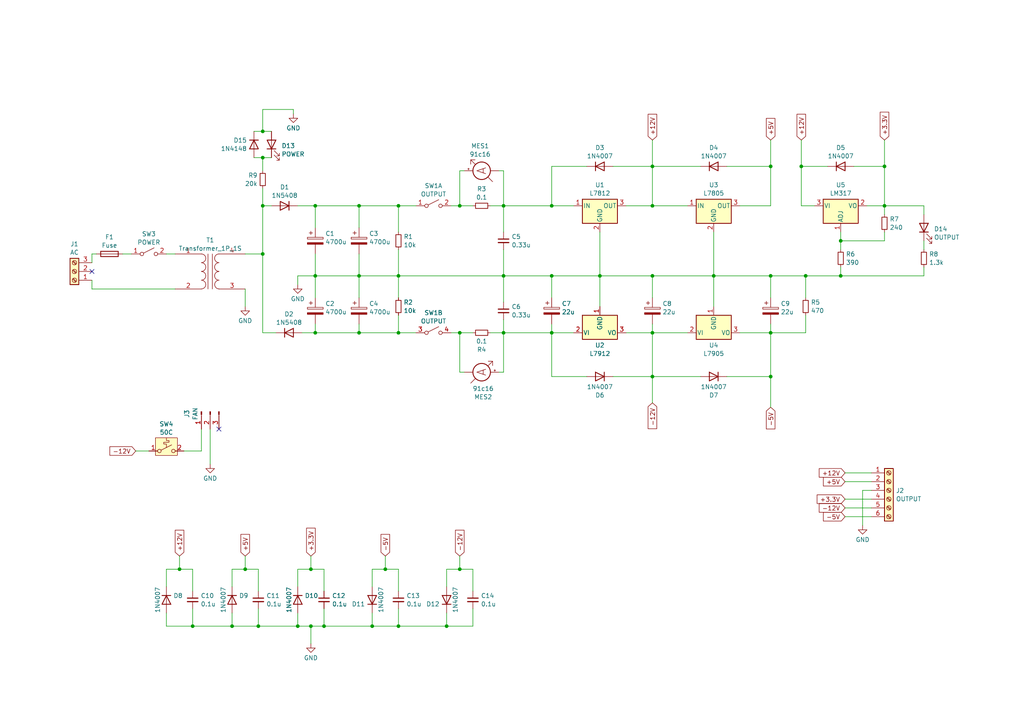
<source format=kicad_sch>
(kicad_sch (version 20230121) (generator eeschema)
  (paper "A4")
  (title_block (title "Lab PSU") (date "2024-03-18") (rev "2") (comment 1 "+12V / +5V / +3.3V / -5V / -12V"))
  (lib_symbols
    (symbol "Connector:Conn_01x03_Pin" (pin_names (offset 1.016) hide)
      (property "Reference" "J" (at 0 5.08 0))
      (property "Value" "Conn_01x03_Pin" (at 0 -5.08 0))
      (symbol "Conn_01x03_Pin_1_1"
        (polyline (pts (xy 1.27 -2.54) (xy 0.8636 -2.54)) (stroke (width 0.1524)))
        (polyline (pts (xy 1.27 0) (xy 0.8636 0)) (stroke (width 0.1524)))
        (polyline (pts (xy 1.27 2.54) (xy 0.8636 2.54)) (stroke (width 0.1524)))
        (rectangle (start 0.8636 -2.413) (end 0 -2.667) (stroke (width 0.1524)) (fill (type outline)))
        (rectangle (start 0.8636 0.127) (end 0 -0.127) (stroke (width 0.1524)) (fill (type outline)))
        (rectangle (start 0.8636 2.667) (end 0 2.413) (stroke (width 0.1524)) (fill (type outline)))
        (pin passive line (at 5.08 2.54 180) (length 3.81) (name "Pin_1") (number "1"))
        (pin passive line (at 5.08 0 180) (length 3.81) (name "Pin_2") (number "2"))
        (pin passive line (at 5.08 -2.54 180) (length 3.81) (name "Pin_3") (number "3"))
      )
    )
    (symbol "Connector:Screw_Terminal_01x03" (pin_names (offset 1.016) hide)
      (property "Reference" "J" (at 0 5.08 0))
      (property "Value" "Screw_Terminal_01x03" (at 0 -5.08 0))
      (symbol "Screw_Terminal_01x03_1_1"
        (rectangle (start -1.27 3.81) (end 1.27 -3.81) (stroke (width 0.254)) (fill (type background)))
        (circle (center 0 -2.54) (radius 0.635) (stroke (width 0.1524)))
        (polyline (pts (xy -0.5334 -2.2098) (xy 0.3302 -3.048)) (stroke (width 0.1524)))
        (polyline (pts (xy -0.5334 0.3302) (xy 0.3302 -0.508)) (stroke (width 0.1524)))
        (polyline (pts (xy -0.5334 2.8702) (xy 0.3302 2.032)) (stroke (width 0.1524)))
        (polyline (pts (xy -0.3556 -2.032) (xy 0.508 -2.8702)) (stroke (width 0.1524)))
        (polyline (pts (xy -0.3556 0.508) (xy 0.508 -0.3302)) (stroke (width 0.1524)))
        (polyline (pts (xy -0.3556 3.048) (xy 0.508 2.2098)) (stroke (width 0.1524)))
        (circle (center 0 0) (radius 0.635) (stroke (width 0.1524)))
        (circle (center 0 2.54) (radius 0.635) (stroke (width 0.1524)))
        (pin passive line (at -5.08 2.54 0) (length 3.81) (name "Pin_1") (number "1"))
        (pin passive line (at -5.08 0 0) (length 3.81) (name "Pin_2") (number "2"))
        (pin passive line (at -5.08 -2.54 0) (length 3.81) (name "Pin_3") (number "3"))
      )
    )
    (symbol "Connector:Screw_Terminal_01x06" (pin_names (offset 1.016) hide)
      (property "Reference" "J" (at 0 7.62 0))
      (property "Value" "Screw_Terminal_01x06" (at 0 -10.16 0))
      (symbol "Screw_Terminal_01x06_1_1"
        (rectangle (start -1.27 6.35) (end 1.27 -8.89) (stroke (width 0.254)) (fill (type background)))
        (circle (center 0 -7.62) (radius 0.635) (stroke (width 0.1524)))
        (circle (center 0 -5.08) (radius 0.635) (stroke (width 0.1524)))
        (circle (center 0 -2.54) (radius 0.635) (stroke (width 0.1524)))
        (polyline (pts (xy -0.5334 -7.2898) (xy 0.3302 -8.128)) (stroke (width 0.1524)))
        (polyline (pts (xy -0.5334 -4.7498) (xy 0.3302 -5.588)) (stroke (width 0.1524)))
        (polyline (pts (xy -0.5334 -2.2098) (xy 0.3302 -3.048)) (stroke (width 0.1524)))
        (polyline (pts (xy -0.5334 0.3302) (xy 0.3302 -0.508)) (stroke (width 0.1524)))
        (polyline (pts (xy -0.5334 2.8702) (xy 0.3302 2.032)) (stroke (width 0.1524)))
        (polyline (pts (xy -0.5334 5.4102) (xy 0.3302 4.572)) (stroke (width 0.1524)))
        (polyline (pts (xy -0.3556 -7.112) (xy 0.508 -7.9502)) (stroke (width 0.1524)))
        (polyline (pts (xy -0.3556 -4.572) (xy 0.508 -5.4102)) (stroke (width 0.1524)))
        (polyline (pts (xy -0.3556 -2.032) (xy 0.508 -2.8702)) (stroke (width 0.1524)))
        (polyline (pts (xy -0.3556 0.508) (xy 0.508 -0.3302)) (stroke (width 0.1524)))
        (polyline (pts (xy -0.3556 3.048) (xy 0.508 2.2098)) (stroke (width 0.1524)))
        (polyline (pts (xy -0.3556 5.588) (xy 0.508 4.7498)) (stroke (width 0.1524)))
        (circle (center 0 0) (radius 0.635) (stroke (width 0.1524)))
        (circle (center 0 2.54) (radius 0.635) (stroke (width 0.1524)))
        (circle (center 0 5.08) (radius 0.635) (stroke (width 0.1524)))
        (pin passive line (at -5.08 5.08 0) (length 3.81) (name "Pin_1") (number "1"))
        (pin passive line (at -5.08 2.54 0) (length 3.81) (name "Pin_2") (number "2"))
        (pin passive line (at -5.08 0 0) (length 3.81) (name "Pin_3") (number "3"))
        (pin passive line (at -5.08 -2.54 0) (length 3.81) (name "Pin_4") (number "4"))
        (pin passive line (at -5.08 -5.08 0) (length 3.81) (name "Pin_5") (number "5"))
        (pin passive line (at -5.08 -7.62 0) (length 3.81) (name "Pin_6") (number "6"))
      )
    )
    (symbol "Device:Ammeter_DC" (pin_numbers hide) (pin_names (offset 0.0254) hide)
      (property "Reference" "MES" (at -3.302 1.016 0))
      (property "Value" "Ammeter_DC" (at -3.302 -0.762 0))
      (symbol "Ammeter_DC_0_0"
        (polyline (pts (xy -3.175 -3.175) (xy -1.905 -1.905)))
        (polyline (pts (xy 1.905 1.905) (xy 3.175 3.175)))
        (polyline (pts (xy 1.905 3.175) (xy 3.175 3.175) (xy 3.175 1.905)))
        (text "A" (at 0 0 0) (effects (font (size 2.54 2.54))))
      )
      (symbol "Ammeter_DC_0_1"
        (polyline (pts (xy 0.254 3.81) (xy 0.762 3.81)))
        (polyline (pts (xy 0.508 4.064) (xy 0.508 3.556)))
        (circle (center 0 0) (radius 2.54) (stroke (width 0.254)))
      )
      (symbol "Ammeter_DC_1_1"
        (pin passive line (at 0 -5.08 90) (length 2.54) (name "-") (number "1"))
        (pin passive line (at 0 5.08 270) (length 2.54) (name "+") (number "2"))
      )
    )
    (symbol "Device:C_Polarized" (pin_numbers hide) (pin_names (offset 0.254))
      (property "Reference" "C" (at 0.635 2.54 0))
      (property "Value" "C_Polarized" (at 0.635 -2.54 0))
      (symbol "C_Polarized_0_1"
        (rectangle (start -2.286 0.508) (end 2.286 1.016))
        (polyline (pts (xy -1.778 2.286) (xy -0.762 2.286)))
        (polyline (pts (xy -1.27 2.794) (xy -1.27 1.778)))
        (rectangle (start 2.286 -0.508) (end -2.286 -1.016) (fill (type outline)))
      )
      (symbol "C_Polarized_1_1"
        (pin passive line (at 0 3.81 270) (length 2.794) (name "~") (number "1"))
        (pin passive line (at 0 -3.81 90) (length 2.794) (name "~") (number "2"))
      )
    )
    (symbol "Device:C_Small" (pin_numbers hide) (pin_names (offset 0.254) hide)
      (property "Reference" "C" (at 0.254 1.778 0))
      (property "Value" "C_Small" (at 0.254 -2.032 0))
      (symbol "C_Small_0_1"
        (polyline (pts (xy -1.524 -0.508) (xy 1.524 -0.508)) (stroke (width 0.3302)))
        (polyline (pts (xy -1.524 0.508) (xy 1.524 0.508)) (stroke (width 0.3048)))
      )
      (symbol "C_Small_1_1"
        (pin passive line (at 0 2.54 270) (length 2.032) (name "~") (number "1"))
        (pin passive line (at 0 -2.54 90) (length 2.032) (name "~") (number "2"))
      )
    )
    (symbol "Device:Fuse" (pin_numbers hide) (pin_names (offset 0))
      (property "Reference" "F" (at 2.032 0 90))
      (property "Value" "Fuse" (at -1.905 0 90))
      (symbol "Fuse_0_1"
        (rectangle (start -0.762 -2.54) (end 0.762 2.54) (stroke (width 0.254)))
        (polyline (pts (xy 0 2.54) (xy 0 -2.54)))
      )
      (symbol "Fuse_1_1"
        (pin passive line (at 0 3.81 270) (length 1.27) (name "~") (number "1"))
        (pin passive line (at 0 -3.81 90) (length 1.27) (name "~") (number "2"))
      )
    )
    (symbol "Device:LED" (pin_numbers hide) (pin_names (offset 1.016) hide)
      (property "Reference" "D" (at 0 2.54 0))
      (property "Value" "LED" (at 0 -2.54 0))
      (symbol "LED_0_1"
        (polyline (pts (xy -1.27 -1.27) (xy -1.27 1.27)) (stroke (width 0.254)))
        (polyline (pts (xy -1.27 0) (xy 1.27 0)))
        (polyline (pts (xy 1.27 -1.27) (xy 1.27 1.27) (xy -1.27 0) (xy 1.27 -1.27)) (stroke (width 0.254)))
        (polyline (pts (xy -3.048 -0.762) (xy -4.572 -2.286) (xy -3.81 -2.286) (xy -4.572 -2.286) (xy -4.572 -1.524)))
        (polyline (pts (xy -1.778 -0.762) (xy -3.302 -2.286) (xy -2.54 -2.286) (xy -3.302 -2.286) (xy -3.302 -1.524)))
      )
      (symbol "LED_1_1"
        (pin passive line (at -3.81 0 0) (length 2.54) (name "K") (number "1"))
        (pin passive line (at 3.81 0 180) (length 2.54) (name "A") (number "2"))
      )
    )
    (symbol "Device:R_Small" (pin_numbers hide) (pin_names (offset 0.254) hide)
      (property "Reference" "R" (at 0.762 0.508 0))
      (property "Value" "R_Small" (at 0.762 -1.016 0))
      (symbol "R_Small_0_1"
        (rectangle (start -0.762 1.778) (end 0.762 -1.778) (stroke (width 0.2032)))
      )
      (symbol "R_Small_1_1"
        (pin passive line (at 0 2.54 270) (length 0.762) (name "~") (number "1"))
        (pin passive line (at 0 -2.54 90) (length 0.762) (name "~") (number "2"))
      )
    )
    (symbol "Device:Transformer_1P_1S" (pin_names (offset 1.016) hide)
      (property "Reference" "T" (at 0 6.35 0))
      (property "Value" "Transformer_1P_1S" (at 0 -7.62 0))
      (symbol "Transformer_1P_1S_0_1"
        (arc (start -2.54 -5.0546) (mid -1.6599 -4.6901) (end -1.27 -3.81))
        (arc (start -2.54 -2.5146) (mid -1.6599 -2.1501) (end -1.27 -1.27))
        (arc (start -2.54 0.0254) (mid -1.6599 0.3899) (end -1.27 1.27))
        (arc (start -2.54 2.5654) (mid -1.6599 2.9299) (end -1.27 3.81))
        (arc (start -1.27 -3.81) (mid -1.642 -2.912) (end -2.54 -2.54))
        (arc (start -1.27 -1.27) (mid -1.642 -0.372) (end -2.54 0))
        (arc (start -1.27 1.27) (mid -1.642 2.168) (end -2.54 2.54))
        (arc (start -1.27 3.81) (mid -1.642 4.708) (end -2.54 5.08))
        (polyline (pts (xy -0.635 5.08) (xy -0.635 -5.08)))
        (polyline (pts (xy 0.635 -5.08) (xy 0.635 5.08)))
        (arc (start 1.2954 -1.27) (mid 1.6599 -2.1501) (end 2.54 -2.5146))
        (arc (start 1.2954 1.27) (mid 1.6599 0.3899) (end 2.54 0.0254))
        (arc (start 1.2954 3.81) (mid 1.6599 2.9299) (end 2.54 2.5654))
        (arc (start 1.3208 -3.81) (mid 1.6853 -4.6901) (end 2.5654 -5.0546))
        (arc (start 2.54 0) (mid 1.642 -0.372) (end 1.2954 -1.27))
        (arc (start 2.54 2.54) (mid 1.642 2.168) (end 1.2954 1.27))
        (arc (start 2.54 5.08) (mid 1.642 4.708) (end 1.2954 3.81))
        (arc (start 2.5654 -2.54) (mid 1.6674 -2.912) (end 1.3208 -3.81))
      )
      (symbol "Transformer_1P_1S_1_1"
        (pin passive line (at -10.16 5.08 0) (length 7.62) (name "AA") (number "1"))
        (pin passive line (at -10.16 -5.08 0) (length 7.62) (name "AB") (number "2"))
        (pin passive line (at 10.16 -5.08 180) (length 7.62) (name "SA") (number "3"))
        (pin passive line (at 10.16 5.08 180) (length 7.62) (name "SB") (number "4"))
      )
    )
    (symbol "Diode:1N4007" (pin_numbers hide) (pin_names hide)
      (property "Reference" "D" (at 0 2.54 0))
      (property "Value" "1N4007" (at 0 -2.54 0))
      (symbol "1N4007_0_1"
        (polyline (pts (xy -1.27 1.27) (xy -1.27 -1.27)) (stroke (width 0.254)))
        (polyline (pts (xy 1.27 0) (xy -1.27 0)))
        (polyline (pts (xy 1.27 1.27) (xy 1.27 -1.27) (xy -1.27 0) (xy 1.27 1.27)) (stroke (width 0.254)))
      )
      (symbol "1N4007_1_1"
        (pin passive line (at -3.81 0 0) (length 2.54) (name "K") (number "1"))
        (pin passive line (at 3.81 0 180) (length 2.54) (name "A") (number "2"))
      )
    )
    (symbol "Diode:1N4148" (pin_numbers hide) (pin_names hide)
      (property "Reference" "D" (at 0 2.54 0))
      (property "Value" "1N4148" (at 0 -2.54 0))
      (symbol "1N4148_0_1"
        (polyline (pts (xy -1.27 1.27) (xy -1.27 -1.27)) (stroke (width 0.254)))
        (polyline (pts (xy 1.27 0) (xy -1.27 0)))
        (polyline (pts (xy 1.27 1.27) (xy 1.27 -1.27) (xy -1.27 0) (xy 1.27 1.27)) (stroke (width 0.254)))
      )
      (symbol "1N4148_1_1"
        (pin passive line (at -3.81 0 0) (length 2.54) (name "K") (number "1"))
        (pin passive line (at 3.81 0 180) (length 2.54) (name "A") (number "2"))
      )
    )
    (symbol "Diode:1N5408" (pin_numbers hide) (pin_names hide)
      (property "Reference" "D" (at 0 2.54 0))
      (property "Value" "1N5408" (at 0 -2.54 0))
      (symbol "1N5408_0_1"
        (polyline (pts (xy -1.27 1.27) (xy -1.27 -1.27)) (stroke (width 0.254)))
        (polyline (pts (xy 1.27 0) (xy -1.27 0)))
        (polyline (pts (xy 1.27 1.27) (xy 1.27 -1.27) (xy -1.27 0) (xy 1.27 1.27)) (stroke (width 0.254)))
      )
      (symbol "1N5408_1_1"
        (pin passive line (at -3.81 0 0) (length 2.54) (name "K") (number "1"))
        (pin passive line (at 3.81 0 180) (length 2.54) (name "A") (number "2"))
      )
    )
    (symbol "Regulator_Linear:L7805" (pin_names (offset 0.254))
      (property "Reference" "U" (at -3.81 3.175 0))
      (property "Value" "L7805" (at 0 3.175 0))
      (symbol "L7805_0_1"
        (rectangle (start -5.08 1.905) (end 5.08 -5.08) (stroke (width 0.254)) (fill (type background)))
      )
      (symbol "L7805_1_1"
        (pin power_in line (at -7.62 0 0) (length 2.54) (name "IN") (number "1"))
        (pin power_in line (at 0 -7.62 90) (length 2.54) (name "GND") (number "2"))
        (pin power_out line (at 7.62 0 180) (length 2.54) (name "OUT") (number "3"))
      )
    )
    (symbol "Regulator_Linear:L7812" (pin_names (offset 0.254))
      (property "Reference" "U" (at -3.81 3.175 0))
      (property "Value" "L7812" (at 0 3.175 0))
      (symbol "L7812_0_1"
        (rectangle (start -5.08 1.905) (end 5.08 -5.08) (stroke (width 0.254)) (fill (type background)))
      )
      (symbol "L7812_1_1"
        (pin power_in line (at -7.62 0 0) (length 2.54) (name "IN") (number "1"))
        (pin power_in line (at 0 -7.62 90) (length 2.54) (name "GND") (number "2"))
        (pin power_out line (at 7.62 0 180) (length 2.54) (name "OUT") (number "3"))
      )
    )
    (symbol "Regulator_Linear:L7905" (pin_names (offset 0.254))
      (property "Reference" "U" (at -3.81 -3.175 0))
      (property "Value" "L7905" (at 0 -3.175 0))
      (symbol "L7905_0_1"
        (rectangle (start -5.08 5.08) (end 5.08 -1.905) (stroke (width 0.254)) (fill (type background)))
      )
      (symbol "L7905_1_1"
        (pin power_in line (at 0 7.62 270) (length 2.54) (name "GND") (number "1"))
        (pin power_in line (at -7.62 0 0) (length 2.54) (name "VI") (number "2"))
        (pin power_out line (at 7.62 0 180) (length 2.54) (name "VO") (number "3"))
      )
    )
    (symbol "Regulator_Linear:L7912" (pin_names (offset 0.254))
      (property "Reference" "U" (at -3.81 -3.175 0))
      (property "Value" "L7912" (at 0 -3.175 0))
      (symbol "L7912_0_1"
        (rectangle (start -5.08 5.08) (end 5.08 -1.905) (stroke (width 0.254)) (fill (type background)))
      )
      (symbol "L7912_1_1"
        (pin power_in line (at 0 7.62 270) (length 2.54) (name "GND") (number "1"))
        (pin power_in line (at -7.62 0 0) (length 2.54) (name "VI") (number "2"))
        (pin power_out line (at 7.62 0 180) (length 2.54) (name "VO") (number "3"))
      )
    )
    (symbol "Regulator_Linear:LM317_TO-220" (pin_names (offset 0.254))
      (property "Reference" "U" (at -3.81 3.175 0))
      (property "Value" "LM317_TO-220" (at 0 3.175 0))
      (symbol "LM317_TO-220_0_1"
        (rectangle (start -5.08 1.905) (end 5.08 -5.08) (stroke (width 0.254)) (fill (type background)))
      )
      (symbol "LM317_TO-220_1_1"
        (pin input line (at 0 -7.62 90) (length 2.54) (name "ADJ") (number "1"))
        (pin power_out line (at 7.62 0 180) (length 2.54) (name "VO") (number "2"))
        (pin power_in line (at -7.62 0 0) (length 2.54) (name "VI") (number "3"))
      )
    )
    (symbol "Switch:SW_DPST_x2" (pin_names (offset 0) hide)
      (property "Reference" "SW" (at 0 3.175 0))
      (property "Value" "SW_DPST_x2" (at 0 -2.54 0))
      (symbol "SW_DPST_x2_0_0"
        (circle (center -2.032 0) (radius 0.508))
        (polyline (pts (xy -1.524 0.254) (xy 1.524 1.778)))
        (circle (center 2.032 0) (radius 0.508))
      )
      (symbol "SW_DPST_x2_1_1"
        (pin passive line (at -5.08 0 0) (length 2.54) (name "A") (number "1"))
        (pin passive line (at 5.08 0 180) (length 2.54) (name "B") (number "2"))
      )
      (symbol "SW_DPST_x2_2_1"
        (pin passive line (at -5.08 0 0) (length 2.54) (name "A") (number "3"))
        (pin passive line (at 5.08 0 180) (length 2.54) (name "B") (number "4"))
      )
    )
    (symbol "Switch:SW_SPST" (pin_names (offset 0) hide)
      (property "Reference" "SW" (at 0 3.175 0))
      (property "Value" "SW_SPST" (at 0 -2.54 0))
      (symbol "SW_SPST_0_0"
        (circle (center -2.032 0) (radius 0.508))
        (polyline (pts (xy -1.524 0.254) (xy 1.524 1.778)))
        (circle (center 2.032 0) (radius 0.508))
      )
      (symbol "SW_SPST_1_1"
        (pin passive line (at -5.08 0 0) (length 2.54) (name "A") (number "1"))
        (pin passive line (at 5.08 0 180) (length 2.54) (name "B") (number "2"))
      )
    )
    (symbol "Switch:SW_SPST_Temperature" (pin_names (offset 0) hide)
      (property "Reference" "SW" (at 0 5.08 0))
      (property "Value" "SW_SPST_Temperature" (at 0 -2.54 0))
      (symbol "SW_SPST_Temperature_0_0"
        (circle (center -2.032 0) (radius 0.508))
        (polyline (pts (xy -1.524 0.254) (xy 1.524 1.778)))
        (polyline (pts (xy 0 1.016) (xy 0 2.032) (xy -0.762 2.032) (xy -0.762 2.54) (xy 0.762 2.54) (xy 0.762 3.048) (xy 0 3.048) (xy 0 3.81)))
        (circle (center 2.032 0) (radius 0.508))
      )
      (symbol "SW_SPST_Temperature_1_1"
        (rectangle (start -3.175 3.81) (end 3.175 -1.27) (fill (type background)))
        (pin passive line (at -5.08 0 0) (length 2.54) (name "A") (number "1"))
        (pin passive line (at 5.08 0 180) (length 2.54) (name "B") (number "2"))
      )
    )
    (symbol "power:GND" (power) (pin_names (offset 0))
      (property "Value" "GND" (at 0 -3.81 0))
      (symbol "GND_0_1"
        (polyline (pts (xy 0 0) (xy 0 -1.27) (xy 1.27 -1.27) (xy 0 -2.54) (xy -1.27 -1.27) (xy 0 -1.27)))
      )
      (symbol "GND_1_1"
        (pin power_in line (at 0 0 270) (length 0) hide (name "GND") (number "1"))
      )
    )
  )
  (junction (at 189.23 80.01))
  (junction (at 189.23 109.22))
  (junction (at 133.35 59.69))
  (junction (at 207.01 80.01))
  (junction (at 173.99 80.01))
  (junction (at 71.12 165.1))
  (junction (at 76.2 45.72))
  (junction (at 55.88 181.61))
  (junction (at 133.35 165.1))
  (junction (at 104.14 80.01))
  (junction (at 146.05 96.52))
  (junction (at 256.54 48.26))
  (junction (at 91.44 96.52))
  (junction (at 160.02 59.69))
  (junction (at 90.17 165.1))
  (junction (at 52.07 165.1))
  (junction (at 189.23 59.69))
  (junction (at 133.35 96.52))
  (junction (at 160.02 80.01))
  (junction (at 189.23 48.26))
  (junction (at 107.95 181.61))
  (junction (at 115.57 96.52))
  (junction (at 115.57 181.61))
  (junction (at 146.05 59.69))
  (junction (at 232.41 48.26))
  (junction (at 223.52 96.52))
  (junction (at 74.93 181.61))
  (junction (at 76.2 59.69))
  (junction (at 223.52 109.22))
  (junction (at 189.23 96.52))
  (junction (at 243.84 80.01))
  (junction (at 91.44 80.01))
  (junction (at 223.52 48.26))
  (junction (at 146.05 80.01))
  (junction (at 256.54 59.69))
  (junction (at 90.17 181.61))
  (junction (at 67.31 181.61))
  (junction (at 243.84 69.85))
  (junction (at 104.14 96.52))
  (junction (at 76.2 73.66))
  (junction (at 115.57 80.01))
  (junction (at 93.98 181.61))
  (junction (at 223.52 80.01))
  (junction (at 233.68 80.01))
  (junction (at 129.54 181.61))
  (junction (at 111.76 165.1))
  (junction (at 104.14 59.69))
  (junction (at 160.02 96.52))
  (junction (at 91.44 59.69))
  (junction (at 76.2 38.1))
  (junction (at 115.57 59.69))
  (junction (at 86.36 181.61))
  (no_connect (at 26.67 78.74))
  (no_connect (at 63.5 124.46))
  (wire (pts (xy 107.95 181.61) (xy 93.98 181.61)))
  (wire (pts (xy 173.99 80.01) (xy 189.23 80.01)))
  (wire (pts (xy 91.44 80.01) (xy 104.14 80.01)))
  (wire (pts (xy 137.16 165.1) (xy 137.16 171.45)))
  (wire (pts (xy 115.57 91.44) (xy 115.57 96.52)))
  (wire (pts (xy 223.52 109.22) (xy 223.52 118.11)))
  (wire (pts (xy 232.41 59.69) (xy 236.22 59.69)))
  (wire (pts (xy 76.2 31.75) (xy 85.09 31.75)))
  (wire (pts (xy 210.82 109.22) (xy 223.52 109.22)))
  (wire (pts (xy 214.63 59.69) (xy 223.52 59.69)))
  (wire (pts (xy 267.97 59.69) (xy 267.97 62.23)))
  (wire (pts (xy 111.76 165.1) (xy 107.95 165.1)))
  (wire (pts (xy 93.98 181.61) (xy 93.98 176.53)))
  (wire (pts (xy 90.17 165.1) (xy 93.98 165.1)))
  (wire (pts (xy 137.16 181.61) (xy 129.54 181.61)))
  (wire (pts (xy 107.95 177.8) (xy 107.95 181.61)))
  (wire (pts (xy 115.57 59.69) (xy 115.57 67.31)))
  (wire (pts (xy 251.46 59.69) (xy 256.54 59.69)))
  (wire (pts (xy 86.36 181.61) (xy 90.17 181.61)))
  (wire (pts (xy 53.34 130.81) (xy 58.42 130.81)))
  (wire (pts (xy 71.12 165.1) (xy 67.31 165.1)))
  (wire (pts (xy 107.95 170.18) (xy 107.95 165.1)))
  (wire (pts (xy 223.52 93.98) (xy 223.52 96.52)))
  (wire (pts (xy 76.2 45.72) (xy 78.74 45.72)))
  (wire (pts (xy 26.67 81.28) (xy 26.67 83.82)))
  (wire (pts (xy 160.02 80.01) (xy 160.02 86.36)))
  (wire (pts (xy 189.23 40.64) (xy 189.23 48.26)))
  (wire (pts (xy 87.63 96.52) (xy 91.44 96.52)))
  (wire (pts (xy 189.23 109.22) (xy 203.2 109.22)))
  (wire (pts (xy 189.23 93.98) (xy 189.23 96.52)))
  (wire (pts (xy 144.78 49.53) (xy 146.05 49.53)))
  (wire (pts (xy 223.52 80.01) (xy 223.52 86.36)))
  (wire (pts (xy 48.26 181.61) (xy 55.88 181.61)))
  (wire (pts (xy 26.67 73.66) (xy 27.94 73.66)))
  (wire (pts (xy 267.97 69.85) (xy 267.97 72.39)))
  (wire (pts (xy 52.07 165.1) (xy 48.26 165.1)))
  (wire (pts (xy 177.8 48.26) (xy 189.23 48.26)))
  (wire (pts (xy 245.11 144.78) (xy 252.73 144.78)))
  (wire (pts (xy 173.99 80.01) (xy 173.99 88.9)))
  (wire (pts (xy 207.01 80.01) (xy 207.01 67.31)))
  (wire (pts (xy 223.52 40.64) (xy 223.52 48.26)))
  (wire (pts (xy 256.54 48.26) (xy 256.54 59.69)))
  (wire (pts (xy 76.2 54.61) (xy 76.2 59.69)))
  (wire (pts (xy 133.35 49.53) (xy 134.62 49.53)))
  (wire (pts (xy 160.02 96.52) (xy 166.37 96.52)))
  (wire (pts (xy 71.12 73.66) (xy 76.2 73.66)))
  (wire (pts (xy 247.65 48.26) (xy 256.54 48.26)))
  (wire (pts (xy 243.84 67.31) (xy 243.84 69.85)))
  (wire (pts (xy 91.44 80.01) (xy 91.44 86.36)))
  (wire (pts (xy 130.81 59.69) (xy 133.35 59.69)))
  (wire (pts (xy 86.36 80.01) (xy 91.44 80.01)))
  (wire (pts (xy 267.97 80.01) (xy 267.97 77.47)))
  (wire (pts (xy 73.66 38.1) (xy 76.2 38.1)))
  (wire (pts (xy 55.88 181.61) (xy 55.88 176.53)))
  (wire (pts (xy 76.2 96.52) (xy 80.01 96.52)))
  (wire (pts (xy 115.57 80.01) (xy 146.05 80.01)))
  (wire (pts (xy 104.14 59.69) (xy 104.14 66.04)))
  (wire (pts (xy 210.82 48.26) (xy 223.52 48.26)))
  (wire (pts (xy 115.57 59.69) (xy 120.65 59.69)))
  (wire (pts (xy 142.24 96.52) (xy 146.05 96.52)))
  (wire (pts (xy 256.54 40.64) (xy 256.54 48.26)))
  (wire (pts (xy 243.84 69.85) (xy 243.84 72.39)))
  (wire (pts (xy 189.23 59.69) (xy 199.39 59.69)))
  (wire (pts (xy 233.68 91.44) (xy 233.68 96.52)))
  (wire (pts (xy 243.84 77.47) (xy 243.84 80.01)))
  (wire (pts (xy 146.05 92.71) (xy 146.05 96.52)))
  (wire (pts (xy 111.76 165.1) (xy 115.57 165.1)))
  (wire (pts (xy 71.12 83.82) (xy 71.12 88.9)))
  (wire (pts (xy 91.44 59.69) (xy 91.44 66.04)))
  (wire (pts (xy 58.42 130.81) (xy 58.42 124.46)))
  (wire (pts (xy 223.52 80.01) (xy 233.68 80.01)))
  (wire (pts (xy 189.23 48.26) (xy 203.2 48.26)))
  (wire (pts (xy 91.44 59.69) (xy 104.14 59.69)))
  (wire (pts (xy 104.14 96.52) (xy 104.14 93.98)))
  (wire (pts (xy 104.14 80.01) (xy 104.14 86.36)))
  (wire (pts (xy 252.73 142.24) (xy 250.19 142.24)))
  (wire (pts (xy 93.98 165.1) (xy 93.98 171.45)))
  (wire (pts (xy 146.05 107.95) (xy 144.78 107.95)))
  (wire (pts (xy 142.24 59.69) (xy 146.05 59.69)))
  (wire (pts (xy 35.56 73.66) (xy 38.1 73.66)))
  (wire (pts (xy 207.01 80.01) (xy 223.52 80.01)))
  (wire (pts (xy 74.93 181.61) (xy 86.36 181.61)))
  (wire (pts (xy 26.67 73.66) (xy 26.67 76.2)))
  (wire (pts (xy 189.23 48.26) (xy 189.23 59.69)))
  (wire (pts (xy 86.36 170.18) (xy 86.36 165.1)))
  (wire (pts (xy 133.35 96.52) (xy 137.16 96.52)))
  (wire (pts (xy 67.31 181.61) (xy 74.93 181.61)))
  (wire (pts (xy 115.57 165.1) (xy 115.57 171.45)))
  (wire (pts (xy 146.05 96.52) (xy 160.02 96.52)))
  (wire (pts (xy 90.17 165.1) (xy 86.36 165.1)))
  (wire (pts (xy 129.54 177.8) (xy 129.54 181.61)))
  (wire (pts (xy 39.37 130.81) (xy 43.18 130.81)))
  (wire (pts (xy 130.81 96.52) (xy 133.35 96.52)))
  (wire (pts (xy 74.93 165.1) (xy 74.93 171.45)))
  (wire (pts (xy 115.57 72.39) (xy 115.57 80.01)))
  (wire (pts (xy 76.2 38.1) (xy 76.2 31.75)))
  (wire (pts (xy 189.23 80.01) (xy 189.23 86.36)))
  (wire (pts (xy 256.54 67.31) (xy 256.54 69.85)))
  (wire (pts (xy 76.2 45.72) (xy 76.2 49.53)))
  (wire (pts (xy 52.07 165.1) (xy 55.88 165.1)))
  (wire (pts (xy 146.05 80.01) (xy 160.02 80.01)))
  (wire (pts (xy 115.57 80.01) (xy 115.57 86.36)))
  (wire (pts (xy 214.63 96.52) (xy 223.52 96.52)))
  (wire (pts (xy 104.14 80.01) (xy 115.57 80.01)))
  (wire (pts (xy 115.57 96.52) (xy 120.65 96.52)))
  (wire (pts (xy 181.61 96.52) (xy 189.23 96.52)))
  (wire (pts (xy 160.02 48.26) (xy 160.02 59.69)))
  (wire (pts (xy 177.8 109.22) (xy 189.23 109.22)))
  (wire (pts (xy 146.05 96.52) (xy 146.05 107.95)))
  (wire (pts (xy 146.05 49.53) (xy 146.05 59.69)))
  (wire (pts (xy 67.31 170.18) (xy 67.31 165.1)))
  (wire (pts (xy 232.41 40.64) (xy 232.41 48.26)))
  (wire (pts (xy 48.26 177.8) (xy 48.26 181.61)))
  (wire (pts (xy 233.68 80.01) (xy 233.68 86.36)))
  (wire (pts (xy 146.05 59.69) (xy 146.05 67.31)))
  (wire (pts (xy 133.35 59.69) (xy 137.16 59.69)))
  (wire (pts (xy 243.84 80.01) (xy 233.68 80.01)))
  (wire (pts (xy 250.19 142.24) (xy 250.19 152.4)))
  (wire (pts (xy 91.44 96.52) (xy 104.14 96.52)))
  (wire (pts (xy 129.54 181.61) (xy 115.57 181.61)))
  (wire (pts (xy 223.52 96.52) (xy 233.68 96.52)))
  (wire (pts (xy 245.11 139.7) (xy 252.73 139.7)))
  (wire (pts (xy 86.36 181.61) (xy 86.36 177.8)))
  (wire (pts (xy 207.01 80.01) (xy 207.01 88.9)))
  (wire (pts (xy 26.67 83.82) (xy 50.8 83.82)))
  (wire (pts (xy 232.41 48.26) (xy 232.41 59.69)))
  (wire (pts (xy 90.17 181.61) (xy 93.98 181.61)))
  (wire (pts (xy 67.31 181.61) (xy 67.31 177.8)))
  (wire (pts (xy 245.11 137.16) (xy 252.73 137.16)))
  (wire (pts (xy 107.95 181.61) (xy 115.57 181.61)))
  (wire (pts (xy 256.54 59.69) (xy 256.54 62.23)))
  (wire (pts (xy 73.66 45.72) (xy 76.2 45.72)))
  (wire (pts (xy 52.07 161.29) (xy 52.07 165.1)))
  (wire (pts (xy 133.35 49.53) (xy 133.35 59.69)))
  (wire (pts (xy 55.88 181.61) (xy 67.31 181.61)))
  (wire (pts (xy 160.02 109.22) (xy 160.02 96.52)))
  (wire (pts (xy 133.35 161.29) (xy 133.35 165.1)))
  (wire (pts (xy 146.05 59.69) (xy 160.02 59.69)))
  (wire (pts (xy 115.57 176.53) (xy 115.57 181.61)))
  (wire (pts (xy 104.14 59.69) (xy 115.57 59.69)))
  (wire (pts (xy 90.17 161.29) (xy 90.17 165.1)))
  (wire (pts (xy 256.54 59.69) (xy 267.97 59.69)))
  (wire (pts (xy 181.61 59.69) (xy 189.23 59.69)))
  (wire (pts (xy 60.96 124.46) (xy 60.96 134.62)))
  (wire (pts (xy 189.23 96.52) (xy 199.39 96.52)))
  (wire (pts (xy 86.36 59.69) (xy 91.44 59.69)))
  (wire (pts (xy 189.23 96.52) (xy 189.23 109.22)))
  (wire (pts (xy 55.88 165.1) (xy 55.88 171.45)))
  (wire (pts (xy 111.76 161.29) (xy 111.76 165.1)))
  (wire (pts (xy 133.35 96.52) (xy 133.35 107.95)))
  (wire (pts (xy 223.52 48.26) (xy 223.52 59.69)))
  (wire (pts (xy 86.36 82.55) (xy 86.36 80.01)))
  (wire (pts (xy 76.2 59.69) (xy 78.74 59.69)))
  (wire (pts (xy 160.02 59.69) (xy 166.37 59.69)))
  (wire (pts (xy 91.44 73.66) (xy 91.44 80.01)))
  (wire (pts (xy 85.09 31.75) (xy 85.09 33.02)))
  (wire (pts (xy 48.26 73.66) (xy 50.8 73.66)))
  (wire (pts (xy 170.18 48.26) (xy 160.02 48.26)))
  (wire (pts (xy 90.17 181.61) (xy 90.17 186.69)))
  (wire (pts (xy 146.05 80.01) (xy 146.05 87.63)))
  (wire (pts (xy 240.03 48.26) (xy 232.41 48.26)))
  (wire (pts (xy 48.26 170.18) (xy 48.26 165.1)))
  (wire (pts (xy 245.11 149.86) (xy 252.73 149.86)))
  (wire (pts (xy 256.54 69.85) (xy 243.84 69.85)))
  (wire (pts (xy 104.14 96.52) (xy 115.57 96.52)))
  (wire (pts (xy 71.12 165.1) (xy 74.93 165.1)))
  (wire (pts (xy 245.11 147.32) (xy 252.73 147.32)))
  (wire (pts (xy 133.35 165.1) (xy 129.54 165.1)))
  (wire (pts (xy 173.99 80.01) (xy 173.99 67.31)))
  (wire (pts (xy 76.2 38.1) (xy 78.74 38.1)))
  (wire (pts (xy 91.44 96.52) (xy 91.44 93.98)))
  (wire (pts (xy 189.23 80.01) (xy 207.01 80.01)))
  (wire (pts (xy 76.2 73.66) (xy 76.2 96.52)))
  (wire (pts (xy 243.84 80.01) (xy 267.97 80.01)))
  (wire (pts (xy 129.54 170.18) (xy 129.54 165.1)))
  (wire (pts (xy 160.02 80.01) (xy 173.99 80.01)))
  (wire (pts (xy 71.12 161.29) (xy 71.12 165.1)))
  (wire (pts (xy 160.02 93.98) (xy 160.02 96.52)))
  (wire (pts (xy 76.2 59.69) (xy 76.2 73.66)))
  (wire (pts (xy 170.18 109.22) (xy 160.02 109.22)))
  (wire (pts (xy 137.16 176.53) (xy 137.16 181.61)))
  (wire (pts (xy 133.35 107.95) (xy 134.62 107.95)))
  (wire (pts (xy 104.14 73.66) (xy 104.14 80.01)))
  (wire (pts (xy 189.23 109.22) (xy 189.23 116.84)))
  (wire (pts (xy 146.05 80.01) (xy 146.05 72.39)))
  (wire (pts (xy 74.93 181.61) (xy 74.93 176.53)))
  (wire (pts (xy 133.35 165.1) (xy 137.16 165.1)))
  (wire (pts (xy 223.52 96.52) (xy 223.52 109.22)))
  (global_label "-5V" (shape input) (at 111.76 161.29 90) (property "Intersheetrefs" "${INTERSHEET_REFS}" (effects hide)))
  (global_label "+12V" (shape input) (at 52.07 161.29 90) (property "Intersheetrefs" "${INTERSHEET_REFS}" (effects hide)))
  (global_label "+12V" (shape input) (at 245.11 137.16 180) (property "Intersheetrefs" "${INTERSHEET_REFS}" (effects hide)))
  (global_label "-5V" (shape input) (at 223.52 118.11 270) (property "Intersheetrefs" "${INTERSHEET_REFS}" (effects hide)))
  (global_label "+5V" (shape input) (at 223.52 40.64 90) (property "Intersheetrefs" "${INTERSHEET_REFS}" (effects hide)))
  (global_label "-5V" (shape input) (at 245.11 149.86 180) (property "Intersheetrefs" "${INTERSHEET_REFS}" (effects hide)))
  (global_label "-12V" (shape input) (at 189.23 116.84 270) (property "Intersheetrefs" "${INTERSHEET_REFS}" (effects hide)))
  (global_label "+5V" (shape input) (at 71.12 161.29 90) (property "Intersheetrefs" "${INTERSHEET_REFS}" (effects hide)))
  (global_label "+3.3V" (shape input) (at 256.54 40.64 90) (property "Intersheetrefs" "${INTERSHEET_REFS}" (effects hide)))
  (global_label "-12V" (shape input) (at 39.37 130.81 180) (property "Intersheetrefs" "${INTERSHEET_REFS}" (effects hide)))
  (global_label "+12V" (shape input) (at 232.41 40.64 90) (property "Intersheetrefs" "${INTERSHEET_REFS}" (effects hide)))
  (global_label "-12V" (shape input) (at 245.11 147.32 180) (property "Intersheetrefs" "${INTERSHEET_REFS}" (effects hide)))
  (global_label "+3.3V" (shape input) (at 90.17 161.29 90) (property "Intersheetrefs" "${INTERSHEET_REFS}" (effects hide)))
  (global_label "-12V" (shape input) (at 133.35 161.29 90) (property "Intersheetrefs" "${INTERSHEET_REFS}" (effects hide)))
  (global_label "+3.3V" (shape input) (at 245.11 144.78 180) (property "Intersheetrefs" "${INTERSHEET_REFS}" (effects hide)))
  (global_label "+12V" (shape input) (at 189.23 40.64 90) (property "Intersheetrefs" "${INTERSHEET_REFS}" (effects hide)))
  (global_label "+5V" (shape input) (at 245.11 139.7 180) (property "Intersheetrefs" "${INTERSHEET_REFS}" (effects hide)))
  (symbol (lib_id "Device:R_Small") (at 139.7 59.69 90) (unit 1)
    (property "Reference" "R3" (at 139.7 54.8091 90))
    (property "Value" "0.1" (at 139.7 57.2333 90))
    (property "Footprint" "Resistor_THT:R_Axial_Power_L25.0mm_W6.4mm_P30.48mm" (effects hide))
  )
  (symbol (lib_id "power:GND") (at 90.17 186.69 0) (unit 1)
    (property "Reference" "#PWR03" (effects hide))
    (property "Value" "GND" (at 90.17 190.8231 0))
  )
  (symbol (lib_id "Device:R_Small") (at 139.7 96.52 90) (mirror x) (unit 1)
    (property "Reference" "R4" (at 139.7 101.4009 90))
    (property "Value" "0.1" (at 139.7 98.9767 90))
    (property "Footprint" "Resistor_THT:R_Axial_Power_L25.0mm_W6.4mm_P30.48mm" (effects hide))
  )
  (symbol (lib_id "Regulator_Linear:L7805") (at 207.01 59.69 0) (unit 1)
    (property "Reference" "U3" (at 207.01 53.6407 0))
    (property "Value" "L7805" (at 207.01 56.0649 0))
    (property "Footprint" "Package_TO_SOT_THT:TO-220-3_Vertical" (effects hide))
    (property "Datasheet" "http://www.st.com/content/ccc/resource/technical/document/datasheet/41/4f/b3/b0/12/d4/47/88/CD00000444.pdf/files/CD00000444.pdf/jcr:content/translations/en.CD00000444.pdf" (effects hide))
  )
  (symbol (lib_id "Switch:SW_SPST") (at 43.18 73.66 0) (unit 1)
    (property "Reference" "SW3" (at 43.18 67.8647 0))
    (property "Value" "POWER" (at 43.18 70.2889 0))
    (property "Footprint" "TerminalBlock:TerminalBlock_bornier-2_P5.08mm" (effects hide))
  )
  (symbol (lib_id "power:GND") (at 85.09 33.02 0) (unit 1)
    (property "Reference" "#PWR06" (effects hide))
    (property "Value" "GND" (at 85.09 37.1531 0))
  )
  (symbol (lib_id "Device:Fuse") (at 31.75 73.66 90) (unit 1)
    (property "Reference" "F1" (at 31.75 68.7537 90))
    (property "Value" "Fuse" (at 31.75 71.1779 90))
    (property "Footprint" "Fuse:Fuseholder_Cylinder-5x20mm_Schurter_0031_8201_Horizontal_Open" (effects hide))
  )
  (symbol (lib_id "Device:C_Polarized") (at 91.44 69.85 0) (unit 1)
    (property "Reference" "C1" (at 94.361 67.7489 0) (effects (justify left)))
    (property "Value" "4700u" (at 94.361 70.1731 0) (effects (justify left)))
    (property "Footprint" "Capacitor_THT:CP_Radial_D22.0mm_P10.00mm_SnapIn" (effects hide))
  )
  (symbol (lib_id "Diode:1N5408") (at 83.82 96.52 0) (unit 1)
    (property "Reference" "D2" (at 83.82 91.1057 0))
    (property "Value" "1N5408" (at 83.82 93.5299 0))
    (property "Footprint" "Diode_THT:D_DO-201AD_P15.24mm_Horizontal" (effects hide))
    (property "Datasheet" "http://www.vishay.com/docs/88516/1n5400.pdf" (effects hide))
    (property "Sim.Device" "D" (effects hide))
    (property "Sim.Pins" "1=K 2=A" (effects hide))
  )
  (symbol (lib_id "Switch:SW_DPST_x2") (at 125.73 59.69 0) (unit 1)
    (property "Reference" "SW1" (at 125.73 53.8947 0))
    (property "Value" "OUTPUT" (at 125.73 56.3189 0))
    (property "Footprint" "Button_Switch_THT:SW_Push_2P1T_Toggle_CK_PVA1xxH4xxxxxxV2" (effects hide))
  )
  (symbol (lib_id "Diode:1N5408") (at 82.55 59.69 180) (unit 1)
    (property "Reference" "D1" (at 82.55 54.2757 0))
    (property "Value" "1N5408" (at 82.55 56.6999 0))
    (property "Footprint" "Diode_THT:D_DO-201AD_P15.24mm_Horizontal" (effects hide))
    (property "Datasheet" "http://www.vishay.com/docs/88516/1n5400.pdf" (effects hide))
    (property "Sim.Device" "D" (effects hide))
    (property "Sim.Pins" "1=K 2=A" (effects hide))
  )
  (symbol (lib_id "Device:R_Small") (at 243.84 74.93 0) (unit 1)
    (property "Reference" "R6" (at 245.3386 73.7179 0) (effects (justify left)))
    (property "Value" "390" (at 245.3386 76.1421 0) (effects (justify left)))
    (property "Footprint" "Resistor_THT:R_Axial_DIN0207_L6.3mm_D2.5mm_P10.16mm_Horizontal" (effects hide))
  )
  (symbol (lib_id "Device:C_Polarized") (at 223.52 90.17 0) (unit 1)
    (property "Reference" "C9" (at 226.441 88.0689 0) (effects (justify left)))
    (property "Value" "22u" (at 226.441 90.4931 0) (effects (justify left)))
    (property "Footprint" "Capacitor_THT:CP_Radial_D5.0mm_P2.50mm" (effects hide))
  )
  (symbol (lib_id "Diode:1N4007") (at 107.95 173.99 90) (unit 1)
    (property "Reference" "D11" (at 105.918 175.2021 90) (effects (justify left)))
    (property "Value" "1N4007" (at 110.49 170.18 0) (effects (justify right)))
    (property "Footprint" "Diode_THT:D_DO-41_SOD81_P10.16mm_Horizontal" (effects hide))
    (property "Datasheet" "http://www.vishay.com/docs/88503/1n4001.pdf" (effects hide))
    (property "Sim.Device" "D" (effects hide))
    (property "Sim.Pins" "1=K 2=A" (effects hide))
  )
  (symbol (lib_id "Switch:SW_DPST_x2") (at 125.73 96.52 0) (unit 2)
    (property "Reference" "SW1" (at 125.73 90.7247 0))
    (property "Value" "OUTPUT" (at 125.73 93.1489 0))
    (property "Footprint" "Button_Switch_THT:SW_Push_2P1T_Toggle_CK_PVA1xxH4xxxxxxV2" (effects hide))
  )
  (symbol (lib_id "Diode:1N4007") (at 243.84 48.26 0) (unit 1)
    (property "Reference" "D5" (at 243.84 42.8457 0))
    (property "Value" "1N4007" (at 243.84 45.2699 0))
    (property "Footprint" "Diode_THT:D_DO-41_SOD81_P10.16mm_Horizontal" (effects hide))
    (property "Datasheet" "http://www.vishay.com/docs/88503/1n4001.pdf" (effects hide))
    (property "Sim.Device" "D" (effects hide))
    (property "Sim.Pins" "1=K 2=A" (effects hide))
  )
  (symbol (lib_id "power:GND") (at 250.19 152.4 0) (unit 1)
    (property "Reference" "#PWR04" (effects hide))
    (property "Value" "GND" (at 250.19 156.5331 0))
  )
  (symbol (lib_id "Diode:1N4007") (at 67.31 173.99 270) (unit 1)
    (property "Reference" "D9" (at 69.342 172.7779 90) (effects (justify left)))
    (property "Value" "1N4007" (at 64.77 177.8 0) (effects (justify right)))
    (property "Footprint" "Diode_THT:D_DO-41_SOD81_P10.16mm_Horizontal" (effects hide))
    (property "Datasheet" "http://www.vishay.com/docs/88503/1n4001.pdf" (effects hide))
    (property "Sim.Device" "D" (effects hide))
    (property "Sim.Pins" "1=K 2=A" (effects hide))
  )
  (symbol (lib_id "Device:C_Small") (at 115.57 173.99 0) (unit 1)
    (property "Reference" "C13" (at 117.8941 172.7842 0) (effects (justify left)))
    (property "Value" "0.1u" (at 117.8941 175.2084 0) (effects (justify left)))
    (property "Footprint" "Capacitor_THT:C_Disc_D4.7mm_W2.5mm_P5.00mm" (effects hide))
  )
  (symbol (lib_id "Diode:1N4007") (at 173.99 48.26 0) (unit 1)
    (property "Reference" "D3" (at 173.99 42.8457 0))
    (property "Value" "1N4007" (at 173.99 45.2699 0))
    (property "Footprint" "Diode_THT:D_DO-41_SOD81_P10.16mm_Horizontal" (effects hide))
    (property "Datasheet" "http://www.vishay.com/docs/88503/1n4001.pdf" (effects hide))
    (property "Sim.Device" "D" (effects hide))
    (property "Sim.Pins" "1=K 2=A" (effects hide))
  )
  (symbol (lib_id "power:GND") (at 86.36 82.55 0) (unit 1)
    (property "Reference" "#PWR02" (effects hide))
    (property "Value" "GND" (at 86.36 86.6831 0))
  )
  (symbol (lib_id "Diode:1N4007") (at 129.54 173.99 90) (unit 1)
    (property "Reference" "D12" (at 127.508 175.2021 90) (effects (justify left)))
    (property "Value" "1N4007" (at 132.08 170.18 0) (effects (justify right)))
    (property "Footprint" "Diode_THT:D_DO-41_SOD81_P10.16mm_Horizontal" (effects hide))
    (property "Datasheet" "http://www.vishay.com/docs/88503/1n4001.pdf" (effects hide))
    (property "Sim.Device" "D" (effects hide))
    (property "Sim.Pins" "1=K 2=A" (effects hide))
  )
  (symbol (lib_id "Diode:1N4007") (at 207.01 109.22 0) (mirror y) (unit 1)
    (property "Reference" "D7" (at 207.01 114.6343 0))
    (property "Value" "1N4007" (at 207.01 112.2101 0))
    (property "Footprint" "Diode_THT:D_DO-41_SOD81_P10.16mm_Horizontal" (effects hide))
    (property "Datasheet" "http://www.vishay.com/docs/88503/1n4001.pdf" (effects hide))
    (property "Sim.Device" "D" (effects hide))
    (property "Sim.Pins" "1=K 2=A" (effects hide))
  )
  (symbol (lib_id "Device:C_Small") (at 146.05 90.17 0) (unit 1)
    (property "Reference" "C6" (at 148.3741 88.9642 0) (effects (justify left)))
    (property "Value" "0.33u" (at 148.3741 91.3884 0) (effects (justify left)))
    (property "Footprint" "Capacitor_THT:C_Disc_D4.7mm_W2.5mm_P5.00mm" (effects hide))
  )
  (symbol (lib_id "Device:R_Small") (at 115.57 88.9 0) (unit 1)
    (property "Reference" "R2" (at 117.0686 87.6879 0) (effects (justify left)))
    (property "Value" "10k" (at 117.0686 90.1121 0) (effects (justify left)))
    (property "Footprint" "Resistor_THT:R_Axial_DIN0207_L6.3mm_D2.5mm_P10.16mm_Horizontal" (effects hide))
  )
  (symbol (lib_id "Diode:1N4007") (at 86.36 173.99 270) (unit 1)
    (property "Reference" "D10" (at 88.392 172.7779 90) (effects (justify left)))
    (property "Value" "1N4007" (at 83.82 177.8 0) (effects (justify right)))
    (property "Footprint" "Diode_THT:D_DO-41_SOD81_P10.16mm_Horizontal" (effects hide))
    (property "Datasheet" "http://www.vishay.com/docs/88503/1n4001.pdf" (effects hide))
    (property "Sim.Device" "D" (effects hide))
    (property "Sim.Pins" "1=K 2=A" (effects hide))
  )
  (symbol (lib_id "Device:R_Small") (at 115.57 69.85 0) (unit 1)
    (property "Reference" "R1" (at 117.0686 68.6379 0) (effects (justify left)))
    (property "Value" "10k" (at 117.0686 71.0621 0) (effects (justify left)))
    (property "Footprint" "Resistor_THT:R_Axial_DIN0207_L6.3mm_D2.5mm_P10.16mm_Horizontal" (effects hide))
  )
  (symbol (lib_id "Device:C_Small") (at 74.93 173.99 0) (unit 1)
    (property "Reference" "C11" (at 77.2541 172.7842 0) (effects (justify left)))
    (property "Value" "0.1u" (at 77.2541 175.2084 0) (effects (justify left)))
    (property "Footprint" "Capacitor_THT:C_Disc_D4.7mm_W2.5mm_P5.00mm" (effects hide))
  )
  (symbol (lib_id "Device:Ammeter_DC") (at 139.7 107.95 270) (mirror x) (unit 1)
    (property "Reference" "MES2" (at 140.1445 115.1423 90))
    (property "Value" "91c16" (at 140.1445 112.7181 90))
    (property "Footprint" "Connector_PinHeader_2.54mm:PinHeader_1x02_P2.54mm_Vertical" (effects hide))
  )
  (symbol (lib_id "Device:LED") (at 267.97 66.04 90) (unit 1)
    (property "Reference" "D14" (at 270.891 66.4154 90) (effects (justify right)))
    (property "Value" "OUTPUT" (at 270.891 68.8396 90) (effects (justify right)))
    (property "Footprint" "LED_THT:LED_D5.0mm" (effects hide))
  )
  (symbol (lib_id "Device:C_Polarized") (at 160.02 90.17 0) (unit 1)
    (property "Reference" "C7" (at 162.941 88.0689 0) (effects (justify left)))
    (property "Value" "22u" (at 162.941 90.4931 0) (effects (justify left)))
    (property "Footprint" "Capacitor_THT:CP_Radial_D5.0mm_P2.50mm" (effects hide))
  )
  (symbol (lib_id "Device:Ammeter_DC") (at 139.7 49.53 90) (unit 1)
    (property "Reference" "MES1" (at 139.2555 42.3377 90))
    (property "Value" "91c16" (at 139.2555 44.7619 90))
    (property "Footprint" "Connector_PinHeader_2.54mm:PinHeader_1x02_P2.54mm_Vertical" (effects hide))
  )
  (symbol (lib_id "Regulator_Linear:L7905") (at 207.01 96.52 0) (unit 1)
    (property "Reference" "U4" (at 207.01 100.1451 0))
    (property "Value" "L7905" (at 207.01 102.5693 0))
    (property "Footprint" "Package_TO_SOT_THT:TO-220-3_Vertical" (effects hide))
    (property "Datasheet" "http://www.st.com/content/ccc/resource/technical/document/datasheet/c9/16/86/41/c7/2b/45/f2/CD00000450.pdf/files/CD00000450.pdf/jcr:content/translations/en.CD00000450.pdf" (effects hide))
  )
  (symbol (lib_id "power:GND") (at 71.12 88.9 0) (unit 1)
    (property "Reference" "#PWR01" (effects hide))
    (property "Value" "GND" (at 71.12 93.0331 0))
  )
  (symbol (lib_id "Device:C_Polarized") (at 189.23 90.17 0) (unit 1)
    (property "Reference" "C8" (at 192.151 88.0689 0) (effects (justify left)))
    (property "Value" "22u" (at 192.151 90.4931 0) (effects (justify left)))
    (property "Footprint" "Capacitor_THT:CP_Radial_D5.0mm_P2.50mm" (effects hide))
  )
  (symbol (lib_id "Connector:Screw_Terminal_01x06") (at 257.81 142.24 0) (unit 1)
    (property "Reference" "J2" (at 259.842 142.2979 0) (effects (justify left)))
    (property "Value" "OUTPUT" (at 259.842 144.7221 0) (effects (justify left)))
    (property "Footprint" "TerminalBlock:TerminalBlock_bornier-6_P5.08mm" (effects hide))
  )
  (symbol (lib_id "Connector:Screw_Terminal_01x03") (at 21.59 78.74 180) (unit 1)
    (property "Reference" "J1" (at 21.59 70.7857 0))
    (property "Value" "AC" (at 21.59 73.2099 0))
    (property "Footprint" "TerminalBlock:TerminalBlock_Altech_AK300-3_P5.00mm" (effects hide))
  )
  (symbol (lib_id "Device:C_Small") (at 93.98 173.99 0) (unit 1)
    (property "Reference" "C12" (at 96.3041 172.7842 0) (effects (justify left)))
    (property "Value" "0.1u" (at 96.3041 175.2084 0) (effects (justify left)))
    (property "Footprint" "Capacitor_THT:C_Disc_D4.7mm_W2.5mm_P5.00mm" (effects hide))
  )
  (symbol (lib_id "Device:R_Small") (at 233.68 88.9 0) (unit 1)
    (property "Reference" "R5" (at 235.1786 87.6879 0) (effects (justify left)))
    (property "Value" "470" (at 235.1786 90.1121 0) (effects (justify left)))
    (property "Footprint" "Resistor_THT:R_Axial_DIN0207_L6.3mm_D2.5mm_P10.16mm_Horizontal" (effects hide))
  )
  (symbol (lib_id "Device:C_Polarized") (at 104.14 69.85 0) (unit 1)
    (property "Reference" "C3" (at 107.061 67.7489 0) (effects (justify left)))
    (property "Value" "4700u" (at 107.061 70.1731 0) (effects (justify left)))
    (property "Footprint" "Capacitor_THT:CP_Radial_D22.0mm_P10.00mm_SnapIn" (effects hide))
  )
  (symbol (lib_id "Device:C_Small") (at 55.88 173.99 0) (unit 1)
    (property "Reference" "C10" (at 58.2041 172.7842 0) (effects (justify left)))
    (property "Value" "0.1u" (at 58.2041 175.2084 0) (effects (justify left)))
    (property "Footprint" "Capacitor_THT:C_Disc_D4.7mm_W2.5mm_P5.00mm" (effects hide))
  )
  (symbol (lib_id "power:GND") (at 60.96 134.62 0) (unit 1)
    (property "Reference" "#PWR05" (effects hide))
    (property "Value" "GND" (at 60.96 138.7531 0))
  )
  (symbol (lib_id "Device:C_Polarized") (at 91.44 90.17 0) (unit 1)
    (property "Reference" "C2" (at 94.361 88.0689 0) (effects (justify left)))
    (property "Value" "4700u" (at 94.361 90.4931 0) (effects (justify left)))
    (property "Footprint" "Capacitor_THT:CP_Radial_D22.0mm_P10.00mm_SnapIn" (effects hide))
  )
  (symbol (lib_id "Switch:SW_SPST_Temperature") (at 48.26 130.81 0) (unit 1)
    (property "Reference" "SW4" (at 48.26 122.9827 0))
    (property "Value" "50C" (at 48.26 125.4069 0))
    (property "Footprint" "Connector_PinHeader_2.54mm:PinHeader_1x02_P2.54mm_Vertical" (effects hide))
  )
  (symbol (lib_id "Device:Transformer_1P_1S") (at 60.96 78.74 0) (unit 1)
    (property "Reference" "T1" (at 60.9727 69.6426 0))
    (property "Value" "Transformer_1P_1S" (at 60.9727 72.0668 0))
    (property "Footprint" "lab-psu:Transformer_Toroid_Tapped_Horizontal_D70.0mm" (effects hide))
  )
  (symbol (lib_id "Regulator_Linear:L7912") (at 173.99 96.52 0) (unit 1)
    (property "Reference" "U2" (at 173.99 100.1451 0))
    (property "Value" "L7912" (at 173.99 102.5693 0))
    (property "Footprint" "Package_TO_SOT_THT:TO-220-3_Vertical" (effects hide))
    (property "Datasheet" "http://www.st.com/content/ccc/resource/technical/document/datasheet/c9/16/86/41/c7/2b/45/f2/CD00000450.pdf/files/CD00000450.pdf/jcr:content/translations/en.CD00000450.pdf" (effects hide))
  )
  (symbol (lib_id "Connector:Conn_01x03_Pin") (at 60.96 119.38 90) (mirror x) (unit 1)
    (property "Reference" "J3" (at 54.1995 120.015 0))
    (property "Value" "FAN" (at 56.6237 120.015 0))
    (property "Footprint" "Connector_PinHeader_2.54mm:PinHeader_1x03_P2.54mm_Vertical" (effects hide))
  )
  (symbol (lib_id "Device:C_Small") (at 146.05 69.85 0) (unit 1)
    (property "Reference" "C5" (at 148.3741 68.6442 0) (effects (justify left)))
    (property "Value" "0.33u" (at 148.3741 71.0684 0) (effects (justify left)))
    (property "Footprint" "Capacitor_THT:C_Disc_D4.7mm_W2.5mm_P5.00mm" (effects hide))
  )
  (symbol (lib_id "Diode:1N4148") (at 73.66 41.91 90) (mirror x) (unit 1)
    (property "Reference" "D15" (at 71.628 40.6979 90) (effects (justify left)))
    (property "Value" "1N4148" (at 71.628 43.1221 90) (effects (justify left)))
    (property "Footprint" "Diode_THT:D_DO-35_SOD27_P7.62mm_Horizontal" (effects hide))
    (property "Datasheet" "https://assets.nexperia.com/documents/data-sheet/1N4148_1N4448.pdf" (effects hide))
    (property "Sim.Device" "D" (effects hide))
    (property "Sim.Pins" "1=K 2=A" (effects hide))
  )
  (symbol (lib_id "Device:C_Small") (at 137.16 173.99 0) (unit 1)
    (property "Reference" "C14" (at 139.4841 172.7842 0) (effects (justify left)))
    (property "Value" "0.1u" (at 139.4841 175.2084 0) (effects (justify left)))
    (property "Footprint" "Capacitor_THT:C_Disc_D4.7mm_W2.5mm_P5.00mm" (effects hide))
  )
  (symbol (lib_id "Diode:1N4007") (at 207.01 48.26 0) (unit 1)
    (property "Reference" "D4" (at 207.01 42.8457 0))
    (property "Value" "1N4007" (at 207.01 45.2699 0))
    (property "Footprint" "Diode_THT:D_DO-41_SOD81_P10.16mm_Horizontal" (effects hide))
    (property "Datasheet" "http://www.vishay.com/docs/88503/1n4001.pdf" (effects hide))
    (property "Sim.Device" "D" (effects hide))
    (property "Sim.Pins" "1=K 2=A" (effects hide))
  )
  (symbol (lib_id "Regulator_Linear:L7812") (at 173.99 59.69 0) (unit 1)
    (property "Reference" "U1" (at 173.99 53.6407 0))
    (property "Value" "L7812" (at 173.99 56.0649 0))
    (property "Footprint" "Package_TO_SOT_THT:TO-220-3_Vertical" (effects hide))
    (property "Datasheet" "http://www.st.com/content/ccc/resource/technical/document/datasheet/41/4f/b3/b0/12/d4/47/88/CD00000444.pdf/files/CD00000444.pdf/jcr:content/translations/en.CD00000444.pdf" (effects hide))
  )
  (symbol (lib_id "Device:LED") (at 78.74 41.91 90) (unit 1)
    (property "Reference" "D13" (at 81.661 42.2854 90) (effects (justify right)))
    (property "Value" "POWER" (at 81.661 44.7096 90) (effects (justify right)))
    (property "Footprint" "LED_THT:LED_D5.0mm" (effects hide))
  )
  (symbol (lib_id "Device:R_Small") (at 256.54 64.77 0) (unit 1)
    (property "Reference" "R7" (at 258.0386 63.5579 0) (effects (justify left)))
    (property "Value" "240" (at 258.0386 65.9821 0) (effects (justify left)))
    (property "Footprint" "Resistor_THT:R_Axial_DIN0207_L6.3mm_D2.5mm_P10.16mm_Horizontal" (effects hide))
  )
  (symbol (lib_id "Device:C_Polarized") (at 104.14 90.17 0) (unit 1)
    (property "Reference" "C4" (at 107.061 88.0689 0) (effects (justify left)))
    (property "Value" "4700u" (at 107.061 90.4931 0) (effects (justify left)))
    (property "Footprint" "Capacitor_THT:CP_Radial_D22.0mm_P10.00mm_SnapIn" (effects hide))
  )
  (symbol (lib_id "Diode:1N4007") (at 173.99 109.22 0) (mirror y) (unit 1)
    (property "Reference" "D6" (at 173.99 114.6343 0))
    (property "Value" "1N4007" (at 173.99 112.2101 0))
    (property "Footprint" "Diode_THT:D_DO-41_SOD81_P10.16mm_Horizontal" (effects hide))
    (property "Datasheet" "http://www.vishay.com/docs/88503/1n4001.pdf" (effects hide))
    (property "Sim.Device" "D" (effects hide))
    (property "Sim.Pins" "1=K 2=A" (effects hide))
  )
  (symbol (lib_id "Diode:1N4007") (at 48.26 173.99 270) (unit 1)
    (property "Reference" "D8" (at 50.292 172.7779 90) (effects (justify left)))
    (property "Value" "1N4007" (at 45.72 177.8 0) (effects (justify right)))
    (property "Footprint" "Diode_THT:D_DO-41_SOD81_P10.16mm_Horizontal" (effects hide))
    (property "Datasheet" "http://www.vishay.com/docs/88503/1n4001.pdf" (effects hide))
    (property "Sim.Device" "D" (effects hide))
    (property "Sim.Pins" "1=K 2=A" (effects hide))
  )
  (symbol (lib_id "Regulator_Linear:LM317_TO-220") (at 243.84 59.69 0) (unit 1)
    (property "Reference" "U5" (at 243.84 53.6407 0))
    (property "Value" "LM317" (at 243.84 56.0649 0))
    (property "Footprint" "Package_TO_SOT_THT:TO-220-3_Vertical" (effects hide))
    (property "Datasheet" "http://www.ti.com/lit/ds/symlink/lm317.pdf" (effects hide))
  )
  (symbol (lib_id "Device:R_Small") (at 267.97 74.93 0) (unit 1)
    (property "Reference" "R8" (at 269.4686 73.7179 0) (effects (justify left)))
    (property "Value" "1.3k" (at 269.4686 76.1421 0) (effects (justify left)))
    (property "Footprint" "Resistor_THT:R_Axial_DIN0207_L6.3mm_D2.5mm_P10.16mm_Horizontal" (effects hide))
  )
  (symbol (lib_id "Device:R_Small") (at 76.2 52.07 0) (mirror y) (unit 1)
    (property "Reference" "R9" (at 74.7014 50.8579 0) (effects (justify left)))
    (property "Value" "20k" (at 74.7014 53.2821 0) (effects (justify left)))
    (property "Footprint" "Resistor_THT:R_Axial_DIN0207_L6.3mm_D2.5mm_P10.16mm_Horizontal" (effects hide))
  )
)
</source>
